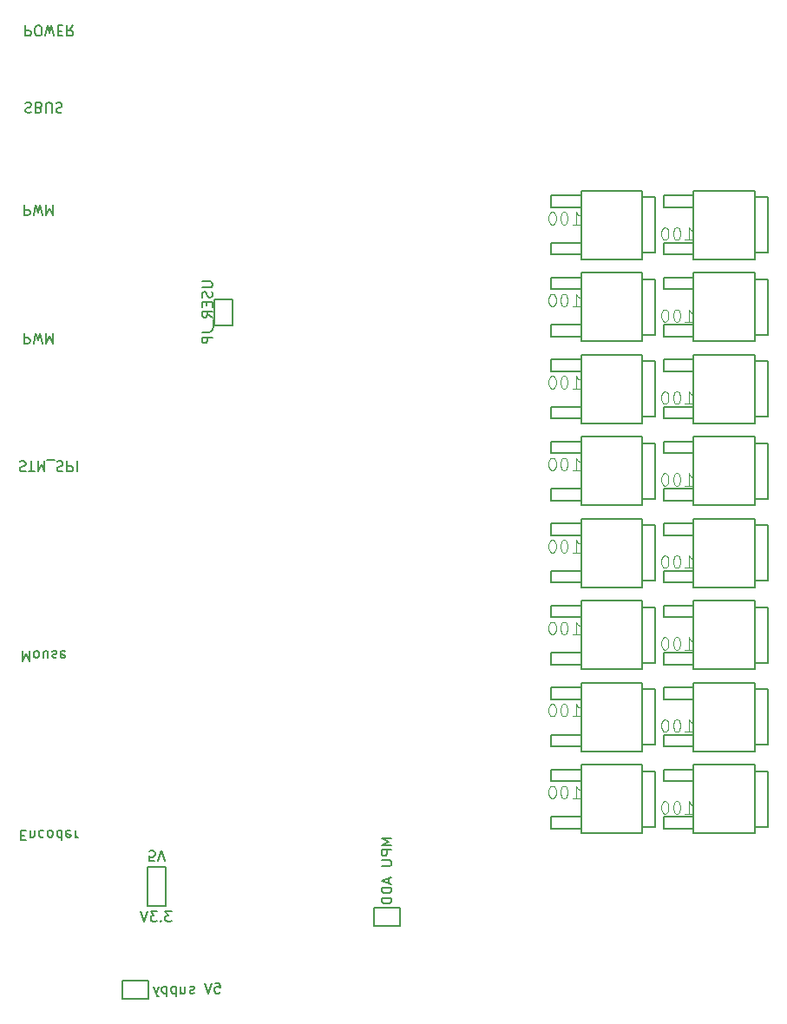
<source format=gbr>
G04 #@! TF.FileFunction,Legend,Bot*
%FSLAX46Y46*%
G04 Gerber Fmt 4.6, Leading zero omitted, Abs format (unit mm)*
G04 Created by KiCad (PCBNEW 4.0.6) date 08/07/17 13:50:18*
%MOMM*%
%LPD*%
G01*
G04 APERTURE LIST*
%ADD10C,0.100000*%
%ADD11C,0.200000*%
%ADD12C,0.150000*%
%ADD13C,0.101600*%
G04 APERTURE END LIST*
D10*
D11*
X690476Y-547619D02*
X690476Y-1547619D01*
X1071429Y-1547619D01*
X1166667Y-1500000D01*
X1214286Y-1452381D01*
X1261905Y-1357143D01*
X1261905Y-1214286D01*
X1214286Y-1119048D01*
X1166667Y-1071429D01*
X1071429Y-1023810D01*
X690476Y-1023810D01*
X1880952Y-1547619D02*
X2071429Y-1547619D01*
X2166667Y-1500000D01*
X2261905Y-1404762D01*
X2309524Y-1214286D01*
X2309524Y-880952D01*
X2261905Y-690476D01*
X2166667Y-595238D01*
X2071429Y-547619D01*
X1880952Y-547619D01*
X1785714Y-595238D01*
X1690476Y-690476D01*
X1642857Y-880952D01*
X1642857Y-1214286D01*
X1690476Y-1404762D01*
X1785714Y-1500000D01*
X1880952Y-1547619D01*
X2642857Y-1547619D02*
X2880952Y-547619D01*
X3071429Y-1261905D01*
X3261905Y-547619D01*
X3500000Y-1547619D01*
X3880952Y-1071429D02*
X4214286Y-1071429D01*
X4357143Y-547619D02*
X3880952Y-547619D01*
X3880952Y-1547619D01*
X4357143Y-1547619D01*
X5357143Y-547619D02*
X5023809Y-1023810D01*
X4785714Y-547619D02*
X4785714Y-1547619D01*
X5166667Y-1547619D01*
X5261905Y-1500000D01*
X5309524Y-1452381D01*
X5357143Y-1357143D01*
X5357143Y-1214286D01*
X5309524Y-1119048D01*
X5261905Y-1071429D01*
X5166667Y-1023810D01*
X4785714Y-1023810D01*
X714286Y-8095238D02*
X857143Y-8047619D01*
X1095239Y-8047619D01*
X1190477Y-8095238D01*
X1238096Y-8142857D01*
X1285715Y-8238095D01*
X1285715Y-8333333D01*
X1238096Y-8428571D01*
X1190477Y-8476190D01*
X1095239Y-8523810D01*
X904762Y-8571429D01*
X809524Y-8619048D01*
X761905Y-8666667D01*
X714286Y-8761905D01*
X714286Y-8857143D01*
X761905Y-8952381D01*
X809524Y-9000000D01*
X904762Y-9047619D01*
X1142858Y-9047619D01*
X1285715Y-9000000D01*
X2047620Y-8571429D02*
X2190477Y-8523810D01*
X2238096Y-8476190D01*
X2285715Y-8380952D01*
X2285715Y-8238095D01*
X2238096Y-8142857D01*
X2190477Y-8095238D01*
X2095239Y-8047619D01*
X1714286Y-8047619D01*
X1714286Y-9047619D01*
X2047620Y-9047619D01*
X2142858Y-9000000D01*
X2190477Y-8952381D01*
X2238096Y-8857143D01*
X2238096Y-8761905D01*
X2190477Y-8666667D01*
X2142858Y-8619048D01*
X2047620Y-8571429D01*
X1714286Y-8571429D01*
X2714286Y-9047619D02*
X2714286Y-8238095D01*
X2761905Y-8142857D01*
X2809524Y-8095238D01*
X2904762Y-8047619D01*
X3095239Y-8047619D01*
X3190477Y-8095238D01*
X3238096Y-8142857D01*
X3285715Y-8238095D01*
X3285715Y-9047619D01*
X3714286Y-8095238D02*
X3857143Y-8047619D01*
X4095239Y-8047619D01*
X4190477Y-8095238D01*
X4238096Y-8142857D01*
X4285715Y-8238095D01*
X4285715Y-8333333D01*
X4238096Y-8428571D01*
X4190477Y-8476190D01*
X4095239Y-8523810D01*
X3904762Y-8571429D01*
X3809524Y-8619048D01*
X3761905Y-8666667D01*
X3714286Y-8761905D01*
X3714286Y-8857143D01*
X3761905Y-8952381D01*
X3809524Y-9000000D01*
X3904762Y-9047619D01*
X4142858Y-9047619D01*
X4285715Y-9000000D01*
X595238Y-18047619D02*
X595238Y-19047619D01*
X976191Y-19047619D01*
X1071429Y-19000000D01*
X1119048Y-18952381D01*
X1166667Y-18857143D01*
X1166667Y-18714286D01*
X1119048Y-18619048D01*
X1071429Y-18571429D01*
X976191Y-18523810D01*
X595238Y-18523810D01*
X1500000Y-19047619D02*
X1738095Y-18047619D01*
X1928572Y-18761905D01*
X2119048Y-18047619D01*
X2357143Y-19047619D01*
X2738095Y-18047619D02*
X2738095Y-19047619D01*
X3071429Y-18333333D01*
X3404762Y-19047619D01*
X3404762Y-18047619D01*
X595238Y-30547619D02*
X595238Y-31547619D01*
X976191Y-31547619D01*
X1071429Y-31500000D01*
X1119048Y-31452381D01*
X1166667Y-31357143D01*
X1166667Y-31214286D01*
X1119048Y-31119048D01*
X1071429Y-31071429D01*
X976191Y-31023810D01*
X595238Y-31023810D01*
X1500000Y-31547619D02*
X1738095Y-30547619D01*
X1928572Y-31261905D01*
X2119048Y-30547619D01*
X2357143Y-31547619D01*
X2738095Y-30547619D02*
X2738095Y-31547619D01*
X3071429Y-30833333D01*
X3404762Y-31547619D01*
X3404762Y-30547619D01*
X166667Y-43095238D02*
X309524Y-43047619D01*
X547620Y-43047619D01*
X642858Y-43095238D01*
X690477Y-43142857D01*
X738096Y-43238095D01*
X738096Y-43333333D01*
X690477Y-43428571D01*
X642858Y-43476190D01*
X547620Y-43523810D01*
X357143Y-43571429D01*
X261905Y-43619048D01*
X214286Y-43666667D01*
X166667Y-43761905D01*
X166667Y-43857143D01*
X214286Y-43952381D01*
X261905Y-44000000D01*
X357143Y-44047619D01*
X595239Y-44047619D01*
X738096Y-44000000D01*
X1023810Y-44047619D02*
X1595239Y-44047619D01*
X1309524Y-43047619D02*
X1309524Y-44047619D01*
X1928572Y-43047619D02*
X1928572Y-44047619D01*
X2261906Y-43333333D01*
X2595239Y-44047619D01*
X2595239Y-43047619D01*
X2833334Y-42952381D02*
X3595239Y-42952381D01*
X3785715Y-43095238D02*
X3928572Y-43047619D01*
X4166668Y-43047619D01*
X4261906Y-43095238D01*
X4309525Y-43142857D01*
X4357144Y-43238095D01*
X4357144Y-43333333D01*
X4309525Y-43428571D01*
X4261906Y-43476190D01*
X4166668Y-43523810D01*
X3976191Y-43571429D01*
X3880953Y-43619048D01*
X3833334Y-43666667D01*
X3785715Y-43761905D01*
X3785715Y-43857143D01*
X3833334Y-43952381D01*
X3880953Y-44000000D01*
X3976191Y-44047619D01*
X4214287Y-44047619D01*
X4357144Y-44000000D01*
X4785715Y-43047619D02*
X4785715Y-44047619D01*
X5166668Y-44047619D01*
X5261906Y-44000000D01*
X5309525Y-43952381D01*
X5357144Y-43857143D01*
X5357144Y-43714286D01*
X5309525Y-43619048D01*
X5261906Y-43571429D01*
X5166668Y-43523810D01*
X4785715Y-43523810D01*
X5785715Y-43047619D02*
X5785715Y-44047619D01*
X261904Y-79571429D02*
X595238Y-79571429D01*
X738095Y-79047619D02*
X261904Y-79047619D01*
X261904Y-80047619D01*
X738095Y-80047619D01*
X1166666Y-79714286D02*
X1166666Y-79047619D01*
X1166666Y-79619048D02*
X1214285Y-79666667D01*
X1309523Y-79714286D01*
X1452381Y-79714286D01*
X1547619Y-79666667D01*
X1595238Y-79571429D01*
X1595238Y-79047619D01*
X2500000Y-79095238D02*
X2404762Y-79047619D01*
X2214285Y-79047619D01*
X2119047Y-79095238D01*
X2071428Y-79142857D01*
X2023809Y-79238095D01*
X2023809Y-79523810D01*
X2071428Y-79619048D01*
X2119047Y-79666667D01*
X2214285Y-79714286D01*
X2404762Y-79714286D01*
X2500000Y-79666667D01*
X3071428Y-79047619D02*
X2976190Y-79095238D01*
X2928571Y-79142857D01*
X2880952Y-79238095D01*
X2880952Y-79523810D01*
X2928571Y-79619048D01*
X2976190Y-79666667D01*
X3071428Y-79714286D01*
X3214286Y-79714286D01*
X3309524Y-79666667D01*
X3357143Y-79619048D01*
X3404762Y-79523810D01*
X3404762Y-79238095D01*
X3357143Y-79142857D01*
X3309524Y-79095238D01*
X3214286Y-79047619D01*
X3071428Y-79047619D01*
X4261905Y-79047619D02*
X4261905Y-80047619D01*
X4261905Y-79095238D02*
X4166667Y-79047619D01*
X3976190Y-79047619D01*
X3880952Y-79095238D01*
X3833333Y-79142857D01*
X3785714Y-79238095D01*
X3785714Y-79523810D01*
X3833333Y-79619048D01*
X3880952Y-79666667D01*
X3976190Y-79714286D01*
X4166667Y-79714286D01*
X4261905Y-79666667D01*
X5119048Y-79095238D02*
X5023810Y-79047619D01*
X4833333Y-79047619D01*
X4738095Y-79095238D01*
X4690476Y-79190476D01*
X4690476Y-79571429D01*
X4738095Y-79666667D01*
X4833333Y-79714286D01*
X5023810Y-79714286D01*
X5119048Y-79666667D01*
X5166667Y-79571429D01*
X5166667Y-79476190D01*
X4690476Y-79380952D01*
X5595238Y-79047619D02*
X5595238Y-79714286D01*
X5595238Y-79523810D02*
X5642857Y-79619048D01*
X5690476Y-79666667D01*
X5785714Y-79714286D01*
X5880953Y-79714286D01*
X428571Y-61547619D02*
X428571Y-62547619D01*
X761905Y-61833333D01*
X1095238Y-62547619D01*
X1095238Y-61547619D01*
X1714285Y-61547619D02*
X1619047Y-61595238D01*
X1571428Y-61642857D01*
X1523809Y-61738095D01*
X1523809Y-62023810D01*
X1571428Y-62119048D01*
X1619047Y-62166667D01*
X1714285Y-62214286D01*
X1857143Y-62214286D01*
X1952381Y-62166667D01*
X2000000Y-62119048D01*
X2047619Y-62023810D01*
X2047619Y-61738095D01*
X2000000Y-61642857D01*
X1952381Y-61595238D01*
X1857143Y-61547619D01*
X1714285Y-61547619D01*
X2904762Y-62214286D02*
X2904762Y-61547619D01*
X2476190Y-62214286D02*
X2476190Y-61690476D01*
X2523809Y-61595238D01*
X2619047Y-61547619D01*
X2761905Y-61547619D01*
X2857143Y-61595238D01*
X2904762Y-61642857D01*
X3333333Y-61595238D02*
X3428571Y-61547619D01*
X3619047Y-61547619D01*
X3714286Y-61595238D01*
X3761905Y-61690476D01*
X3761905Y-61738095D01*
X3714286Y-61833333D01*
X3619047Y-61880952D01*
X3476190Y-61880952D01*
X3380952Y-61928571D01*
X3333333Y-62023810D01*
X3333333Y-62071429D01*
X3380952Y-62166667D01*
X3476190Y-62214286D01*
X3619047Y-62214286D01*
X3714286Y-62166667D01*
X4571429Y-61595238D02*
X4476191Y-61547619D01*
X4285714Y-61547619D01*
X4190476Y-61595238D01*
X4142857Y-61690476D01*
X4142857Y-62071429D01*
X4190476Y-62166667D01*
X4285714Y-62214286D01*
X4476191Y-62214286D01*
X4571429Y-62166667D01*
X4619048Y-62071429D01*
X4619048Y-61976190D01*
X4142857Y-61880952D01*
X17952381Y-25523809D02*
X18761905Y-25523809D01*
X18857143Y-25571428D01*
X18904762Y-25619047D01*
X18952381Y-25714285D01*
X18952381Y-25904762D01*
X18904762Y-26000000D01*
X18857143Y-26047619D01*
X18761905Y-26095238D01*
X17952381Y-26095238D01*
X18904762Y-26523809D02*
X18952381Y-26666666D01*
X18952381Y-26904762D01*
X18904762Y-27000000D01*
X18857143Y-27047619D01*
X18761905Y-27095238D01*
X18666667Y-27095238D01*
X18571429Y-27047619D01*
X18523810Y-27000000D01*
X18476190Y-26904762D01*
X18428571Y-26714285D01*
X18380952Y-26619047D01*
X18333333Y-26571428D01*
X18238095Y-26523809D01*
X18142857Y-26523809D01*
X18047619Y-26571428D01*
X18000000Y-26619047D01*
X17952381Y-26714285D01*
X17952381Y-26952381D01*
X18000000Y-27095238D01*
X18428571Y-27523809D02*
X18428571Y-27857143D01*
X18952381Y-28000000D02*
X18952381Y-27523809D01*
X17952381Y-27523809D01*
X17952381Y-28000000D01*
X18952381Y-29000000D02*
X18476190Y-28666666D01*
X18952381Y-28428571D02*
X17952381Y-28428571D01*
X17952381Y-28809524D01*
X18000000Y-28904762D01*
X18047619Y-28952381D01*
X18142857Y-29000000D01*
X18285714Y-29000000D01*
X18380952Y-28952381D01*
X18428571Y-28904762D01*
X18476190Y-28809524D01*
X18476190Y-28428571D01*
X19047619Y-29190476D02*
X19047619Y-29952381D01*
X17952381Y-30476191D02*
X18666667Y-30476191D01*
X18809524Y-30428571D01*
X18904762Y-30333333D01*
X18952381Y-30190476D01*
X18952381Y-30095238D01*
X18952381Y-30952381D02*
X17952381Y-30952381D01*
X17952381Y-31333334D01*
X18000000Y-31428572D01*
X18047619Y-31476191D01*
X18142857Y-31523810D01*
X18285714Y-31523810D01*
X18380952Y-31476191D01*
X18428571Y-31428572D01*
X18476190Y-31333334D01*
X18476190Y-30952381D01*
X36452381Y-79833333D02*
X35452381Y-79833333D01*
X36166667Y-80166667D01*
X35452381Y-80500000D01*
X36452381Y-80500000D01*
X36452381Y-80976190D02*
X35452381Y-80976190D01*
X35452381Y-81357143D01*
X35500000Y-81452381D01*
X35547619Y-81500000D01*
X35642857Y-81547619D01*
X35785714Y-81547619D01*
X35880952Y-81500000D01*
X35928571Y-81452381D01*
X35976190Y-81357143D01*
X35976190Y-80976190D01*
X35452381Y-81976190D02*
X36261905Y-81976190D01*
X36357143Y-82023809D01*
X36404762Y-82071428D01*
X36452381Y-82166666D01*
X36452381Y-82357143D01*
X36404762Y-82452381D01*
X36357143Y-82500000D01*
X36261905Y-82547619D01*
X35452381Y-82547619D01*
X36166667Y-83738095D02*
X36166667Y-84214286D01*
X36452381Y-83642857D02*
X35452381Y-83976190D01*
X36452381Y-84309524D01*
X36452381Y-84642857D02*
X35452381Y-84642857D01*
X35452381Y-84880952D01*
X35500000Y-85023810D01*
X35595238Y-85119048D01*
X35690476Y-85166667D01*
X35880952Y-85214286D01*
X36023810Y-85214286D01*
X36214286Y-85166667D01*
X36309524Y-85119048D01*
X36404762Y-85023810D01*
X36452381Y-84880952D01*
X36452381Y-84642857D01*
X36452381Y-85642857D02*
X35452381Y-85642857D01*
X35452381Y-85880952D01*
X35500000Y-86023810D01*
X35595238Y-86119048D01*
X35690476Y-86166667D01*
X35880952Y-86214286D01*
X36023810Y-86214286D01*
X36214286Y-86166667D01*
X36309524Y-86119048D01*
X36404762Y-86023810D01*
X36452381Y-85880952D01*
X36452381Y-85642857D01*
X13309524Y-82047619D02*
X12833333Y-82047619D01*
X12785714Y-81571429D01*
X12833333Y-81619048D01*
X12928571Y-81666667D01*
X13166667Y-81666667D01*
X13261905Y-81619048D01*
X13309524Y-81571429D01*
X13357143Y-81476190D01*
X13357143Y-81238095D01*
X13309524Y-81142857D01*
X13261905Y-81095238D01*
X13166667Y-81047619D01*
X12928571Y-81047619D01*
X12833333Y-81095238D01*
X12785714Y-81142857D01*
X13642857Y-82047619D02*
X13976190Y-81047619D01*
X14309524Y-82047619D01*
X14976190Y-86952381D02*
X14357142Y-86952381D01*
X14690476Y-87333333D01*
X14547618Y-87333333D01*
X14452380Y-87380952D01*
X14404761Y-87428571D01*
X14357142Y-87523810D01*
X14357142Y-87761905D01*
X14404761Y-87857143D01*
X14452380Y-87904762D01*
X14547618Y-87952381D01*
X14833333Y-87952381D01*
X14928571Y-87904762D01*
X14976190Y-87857143D01*
X13928571Y-87857143D02*
X13880952Y-87904762D01*
X13928571Y-87952381D01*
X13976190Y-87904762D01*
X13928571Y-87857143D01*
X13928571Y-87952381D01*
X13547619Y-86952381D02*
X12928571Y-86952381D01*
X13261905Y-87333333D01*
X13119047Y-87333333D01*
X13023809Y-87380952D01*
X12976190Y-87428571D01*
X12928571Y-87523810D01*
X12928571Y-87761905D01*
X12976190Y-87857143D01*
X13023809Y-87904762D01*
X13119047Y-87952381D01*
X13404762Y-87952381D01*
X13500000Y-87904762D01*
X13547619Y-87857143D01*
X12642857Y-86952381D02*
X12309524Y-87952381D01*
X11976190Y-86952381D01*
X19214286Y-93952381D02*
X19690477Y-93952381D01*
X19738096Y-94428571D01*
X19690477Y-94380952D01*
X19595239Y-94333333D01*
X19357143Y-94333333D01*
X19261905Y-94380952D01*
X19214286Y-94428571D01*
X19166667Y-94523810D01*
X19166667Y-94761905D01*
X19214286Y-94857143D01*
X19261905Y-94904762D01*
X19357143Y-94952381D01*
X19595239Y-94952381D01*
X19690477Y-94904762D01*
X19738096Y-94857143D01*
X18880953Y-93952381D02*
X18547620Y-94952381D01*
X18214286Y-93952381D01*
X17166667Y-94904762D02*
X17071429Y-94952381D01*
X16880953Y-94952381D01*
X16785714Y-94904762D01*
X16738095Y-94809524D01*
X16738095Y-94761905D01*
X16785714Y-94666667D01*
X16880953Y-94619048D01*
X17023810Y-94619048D01*
X17119048Y-94571429D01*
X17166667Y-94476190D01*
X17166667Y-94428571D01*
X17119048Y-94333333D01*
X17023810Y-94285714D01*
X16880953Y-94285714D01*
X16785714Y-94333333D01*
X15880952Y-94285714D02*
X15880952Y-94952381D01*
X16309524Y-94285714D02*
X16309524Y-94809524D01*
X16261905Y-94904762D01*
X16166667Y-94952381D01*
X16023809Y-94952381D01*
X15928571Y-94904762D01*
X15880952Y-94857143D01*
X15404762Y-94285714D02*
X15404762Y-95285714D01*
X15404762Y-94333333D02*
X15309524Y-94285714D01*
X15119047Y-94285714D01*
X15023809Y-94333333D01*
X14976190Y-94380952D01*
X14928571Y-94476190D01*
X14928571Y-94761905D01*
X14976190Y-94857143D01*
X15023809Y-94904762D01*
X15119047Y-94952381D01*
X15309524Y-94952381D01*
X15404762Y-94904762D01*
X14500000Y-94285714D02*
X14500000Y-95285714D01*
X14500000Y-94333333D02*
X14404762Y-94285714D01*
X14214285Y-94285714D01*
X14119047Y-94333333D01*
X14071428Y-94380952D01*
X14023809Y-94476190D01*
X14023809Y-94761905D01*
X14071428Y-94857143D01*
X14119047Y-94904762D01*
X14214285Y-94952381D01*
X14404762Y-94952381D01*
X14500000Y-94904762D01*
X13690476Y-94285714D02*
X13452381Y-94952381D01*
X13214285Y-94285714D02*
X13452381Y-94952381D01*
X13547619Y-95190476D01*
X13595238Y-95238095D01*
X13690476Y-95285714D01*
D12*
X60932300Y-22705100D02*
X62126100Y-22705100D01*
X62126100Y-22705100D02*
X62126100Y-17294900D01*
X62126100Y-17294900D02*
X60919600Y-17294900D01*
X54925200Y-18272800D02*
X52016900Y-18272800D01*
X52016900Y-17129800D02*
X54925200Y-17129800D01*
X52016900Y-18272800D02*
X52016900Y-17129800D01*
X52016900Y-22870200D02*
X52016900Y-21727200D01*
X52016900Y-21727200D02*
X54925200Y-21727200D01*
X54925200Y-22870200D02*
X52016900Y-22870200D01*
X54925200Y-16647200D02*
X60919600Y-16647200D01*
X60919600Y-16647200D02*
X60919600Y-23352800D01*
X60919600Y-23352800D02*
X54925200Y-23352800D01*
X54925200Y-16647200D02*
X54925200Y-23352800D01*
X60932300Y-30705100D02*
X62126100Y-30705100D01*
X62126100Y-30705100D02*
X62126100Y-25294900D01*
X62126100Y-25294900D02*
X60919600Y-25294900D01*
X54925200Y-26272800D02*
X52016900Y-26272800D01*
X52016900Y-25129800D02*
X54925200Y-25129800D01*
X52016900Y-26272800D02*
X52016900Y-25129800D01*
X52016900Y-30870200D02*
X52016900Y-29727200D01*
X52016900Y-29727200D02*
X54925200Y-29727200D01*
X54925200Y-30870200D02*
X52016900Y-30870200D01*
X54925200Y-24647200D02*
X60919600Y-24647200D01*
X60919600Y-24647200D02*
X60919600Y-31352800D01*
X60919600Y-31352800D02*
X54925200Y-31352800D01*
X54925200Y-24647200D02*
X54925200Y-31352800D01*
X71932300Y-38705100D02*
X73126100Y-38705100D01*
X73126100Y-38705100D02*
X73126100Y-33294900D01*
X73126100Y-33294900D02*
X71919600Y-33294900D01*
X65925200Y-34272800D02*
X63016900Y-34272800D01*
X63016900Y-33129800D02*
X65925200Y-33129800D01*
X63016900Y-34272800D02*
X63016900Y-33129800D01*
X63016900Y-38870200D02*
X63016900Y-37727200D01*
X63016900Y-37727200D02*
X65925200Y-37727200D01*
X65925200Y-38870200D02*
X63016900Y-38870200D01*
X65925200Y-32647200D02*
X71919600Y-32647200D01*
X71919600Y-32647200D02*
X71919600Y-39352800D01*
X71919600Y-39352800D02*
X65925200Y-39352800D01*
X65925200Y-32647200D02*
X65925200Y-39352800D01*
X60932300Y-38705100D02*
X62126100Y-38705100D01*
X62126100Y-38705100D02*
X62126100Y-33294900D01*
X62126100Y-33294900D02*
X60919600Y-33294900D01*
X54925200Y-34272800D02*
X52016900Y-34272800D01*
X52016900Y-33129800D02*
X54925200Y-33129800D01*
X52016900Y-34272800D02*
X52016900Y-33129800D01*
X52016900Y-38870200D02*
X52016900Y-37727200D01*
X52016900Y-37727200D02*
X54925200Y-37727200D01*
X54925200Y-38870200D02*
X52016900Y-38870200D01*
X54925200Y-32647200D02*
X60919600Y-32647200D01*
X60919600Y-32647200D02*
X60919600Y-39352800D01*
X60919600Y-39352800D02*
X54925200Y-39352800D01*
X54925200Y-32647200D02*
X54925200Y-39352800D01*
X71932300Y-46705100D02*
X73126100Y-46705100D01*
X73126100Y-46705100D02*
X73126100Y-41294900D01*
X73126100Y-41294900D02*
X71919600Y-41294900D01*
X65925200Y-42272800D02*
X63016900Y-42272800D01*
X63016900Y-41129800D02*
X65925200Y-41129800D01*
X63016900Y-42272800D02*
X63016900Y-41129800D01*
X63016900Y-46870200D02*
X63016900Y-45727200D01*
X63016900Y-45727200D02*
X65925200Y-45727200D01*
X65925200Y-46870200D02*
X63016900Y-46870200D01*
X65925200Y-40647200D02*
X71919600Y-40647200D01*
X71919600Y-40647200D02*
X71919600Y-47352800D01*
X71919600Y-47352800D02*
X65925200Y-47352800D01*
X65925200Y-40647200D02*
X65925200Y-47352800D01*
X60932300Y-46705100D02*
X62126100Y-46705100D01*
X62126100Y-46705100D02*
X62126100Y-41294900D01*
X62126100Y-41294900D02*
X60919600Y-41294900D01*
X54925200Y-42272800D02*
X52016900Y-42272800D01*
X52016900Y-41129800D02*
X54925200Y-41129800D01*
X52016900Y-42272800D02*
X52016900Y-41129800D01*
X52016900Y-46870200D02*
X52016900Y-45727200D01*
X52016900Y-45727200D02*
X54925200Y-45727200D01*
X54925200Y-46870200D02*
X52016900Y-46870200D01*
X54925200Y-40647200D02*
X60919600Y-40647200D01*
X60919600Y-40647200D02*
X60919600Y-47352800D01*
X60919600Y-47352800D02*
X54925200Y-47352800D01*
X54925200Y-40647200D02*
X54925200Y-47352800D01*
X71932300Y-54705100D02*
X73126100Y-54705100D01*
X73126100Y-54705100D02*
X73126100Y-49294900D01*
X73126100Y-49294900D02*
X71919600Y-49294900D01*
X65925200Y-50272800D02*
X63016900Y-50272800D01*
X63016900Y-49129800D02*
X65925200Y-49129800D01*
X63016900Y-50272800D02*
X63016900Y-49129800D01*
X63016900Y-54870200D02*
X63016900Y-53727200D01*
X63016900Y-53727200D02*
X65925200Y-53727200D01*
X65925200Y-54870200D02*
X63016900Y-54870200D01*
X65925200Y-48647200D02*
X71919600Y-48647200D01*
X71919600Y-48647200D02*
X71919600Y-55352800D01*
X71919600Y-55352800D02*
X65925200Y-55352800D01*
X65925200Y-48647200D02*
X65925200Y-55352800D01*
X60932300Y-54705100D02*
X62126100Y-54705100D01*
X62126100Y-54705100D02*
X62126100Y-49294900D01*
X62126100Y-49294900D02*
X60919600Y-49294900D01*
X54925200Y-50272800D02*
X52016900Y-50272800D01*
X52016900Y-49129800D02*
X54925200Y-49129800D01*
X52016900Y-50272800D02*
X52016900Y-49129800D01*
X52016900Y-54870200D02*
X52016900Y-53727200D01*
X52016900Y-53727200D02*
X54925200Y-53727200D01*
X54925200Y-54870200D02*
X52016900Y-54870200D01*
X54925200Y-48647200D02*
X60919600Y-48647200D01*
X60919600Y-48647200D02*
X60919600Y-55352800D01*
X60919600Y-55352800D02*
X54925200Y-55352800D01*
X54925200Y-48647200D02*
X54925200Y-55352800D01*
X71932300Y-62705100D02*
X73126100Y-62705100D01*
X73126100Y-62705100D02*
X73126100Y-57294900D01*
X73126100Y-57294900D02*
X71919600Y-57294900D01*
X65925200Y-58272800D02*
X63016900Y-58272800D01*
X63016900Y-57129800D02*
X65925200Y-57129800D01*
X63016900Y-58272800D02*
X63016900Y-57129800D01*
X63016900Y-62870200D02*
X63016900Y-61727200D01*
X63016900Y-61727200D02*
X65925200Y-61727200D01*
X65925200Y-62870200D02*
X63016900Y-62870200D01*
X65925200Y-56647200D02*
X71919600Y-56647200D01*
X71919600Y-56647200D02*
X71919600Y-63352800D01*
X71919600Y-63352800D02*
X65925200Y-63352800D01*
X65925200Y-56647200D02*
X65925200Y-63352800D01*
X60932300Y-62705100D02*
X62126100Y-62705100D01*
X62126100Y-62705100D02*
X62126100Y-57294900D01*
X62126100Y-57294900D02*
X60919600Y-57294900D01*
X54925200Y-58272800D02*
X52016900Y-58272800D01*
X52016900Y-57129800D02*
X54925200Y-57129800D01*
X52016900Y-58272800D02*
X52016900Y-57129800D01*
X52016900Y-62870200D02*
X52016900Y-61727200D01*
X52016900Y-61727200D02*
X54925200Y-61727200D01*
X54925200Y-62870200D02*
X52016900Y-62870200D01*
X54925200Y-56647200D02*
X60919600Y-56647200D01*
X60919600Y-56647200D02*
X60919600Y-63352800D01*
X60919600Y-63352800D02*
X54925200Y-63352800D01*
X54925200Y-56647200D02*
X54925200Y-63352800D01*
X71932300Y-70705100D02*
X73126100Y-70705100D01*
X73126100Y-70705100D02*
X73126100Y-65294900D01*
X73126100Y-65294900D02*
X71919600Y-65294900D01*
X65925200Y-66272800D02*
X63016900Y-66272800D01*
X63016900Y-65129800D02*
X65925200Y-65129800D01*
X63016900Y-66272800D02*
X63016900Y-65129800D01*
X63016900Y-70870200D02*
X63016900Y-69727200D01*
X63016900Y-69727200D02*
X65925200Y-69727200D01*
X65925200Y-70870200D02*
X63016900Y-70870200D01*
X65925200Y-64647200D02*
X71919600Y-64647200D01*
X71919600Y-64647200D02*
X71919600Y-71352800D01*
X71919600Y-71352800D02*
X65925200Y-71352800D01*
X65925200Y-64647200D02*
X65925200Y-71352800D01*
X60932300Y-70705100D02*
X62126100Y-70705100D01*
X62126100Y-70705100D02*
X62126100Y-65294900D01*
X62126100Y-65294900D02*
X60919600Y-65294900D01*
X54925200Y-66272800D02*
X52016900Y-66272800D01*
X52016900Y-65129800D02*
X54925200Y-65129800D01*
X52016900Y-66272800D02*
X52016900Y-65129800D01*
X52016900Y-70870200D02*
X52016900Y-69727200D01*
X52016900Y-69727200D02*
X54925200Y-69727200D01*
X54925200Y-70870200D02*
X52016900Y-70870200D01*
X54925200Y-64647200D02*
X60919600Y-64647200D01*
X60919600Y-64647200D02*
X60919600Y-71352800D01*
X60919600Y-71352800D02*
X54925200Y-71352800D01*
X54925200Y-64647200D02*
X54925200Y-71352800D01*
X71932300Y-78705100D02*
X73126100Y-78705100D01*
X73126100Y-78705100D02*
X73126100Y-73294900D01*
X73126100Y-73294900D02*
X71919600Y-73294900D01*
X65925200Y-74272800D02*
X63016900Y-74272800D01*
X63016900Y-73129800D02*
X65925200Y-73129800D01*
X63016900Y-74272800D02*
X63016900Y-73129800D01*
X63016900Y-78870200D02*
X63016900Y-77727200D01*
X63016900Y-77727200D02*
X65925200Y-77727200D01*
X65925200Y-78870200D02*
X63016900Y-78870200D01*
X65925200Y-72647200D02*
X71919600Y-72647200D01*
X71919600Y-72647200D02*
X71919600Y-79352800D01*
X71919600Y-79352800D02*
X65925200Y-79352800D01*
X65925200Y-72647200D02*
X65925200Y-79352800D01*
X60932300Y-78705100D02*
X62126100Y-78705100D01*
X62126100Y-78705100D02*
X62126100Y-73294900D01*
X62126100Y-73294900D02*
X60919600Y-73294900D01*
X54925200Y-74272800D02*
X52016900Y-74272800D01*
X52016900Y-73129800D02*
X54925200Y-73129800D01*
X52016900Y-74272800D02*
X52016900Y-73129800D01*
X52016900Y-78870200D02*
X52016900Y-77727200D01*
X52016900Y-77727200D02*
X54925200Y-77727200D01*
X54925200Y-78870200D02*
X52016900Y-78870200D01*
X54925200Y-72647200D02*
X60919600Y-72647200D01*
X60919600Y-72647200D02*
X60919600Y-79352800D01*
X60919600Y-79352800D02*
X54925200Y-79352800D01*
X54925200Y-72647200D02*
X54925200Y-79352800D01*
X71932300Y-22705100D02*
X73126100Y-22705100D01*
X73126100Y-22705100D02*
X73126100Y-17294900D01*
X73126100Y-17294900D02*
X71919600Y-17294900D01*
X65925200Y-18272800D02*
X63016900Y-18272800D01*
X63016900Y-17129800D02*
X65925200Y-17129800D01*
X63016900Y-18272800D02*
X63016900Y-17129800D01*
X63016900Y-22870200D02*
X63016900Y-21727200D01*
X63016900Y-21727200D02*
X65925200Y-21727200D01*
X65925200Y-22870200D02*
X63016900Y-22870200D01*
X65925200Y-16647200D02*
X71919600Y-16647200D01*
X71919600Y-16647200D02*
X71919600Y-23352800D01*
X71919600Y-23352800D02*
X65925200Y-23352800D01*
X65925200Y-16647200D02*
X65925200Y-23352800D01*
X71932300Y-30705100D02*
X73126100Y-30705100D01*
X73126100Y-30705100D02*
X73126100Y-25294900D01*
X73126100Y-25294900D02*
X71919600Y-25294900D01*
X65925200Y-26272800D02*
X63016900Y-26272800D01*
X63016900Y-25129800D02*
X65925200Y-25129800D01*
X63016900Y-26272800D02*
X63016900Y-25129800D01*
X63016900Y-30870200D02*
X63016900Y-29727200D01*
X63016900Y-29727200D02*
X65925200Y-29727200D01*
X65925200Y-30870200D02*
X63016900Y-30870200D01*
X65925200Y-24647200D02*
X71919600Y-24647200D01*
X71919600Y-24647200D02*
X71919600Y-31352800D01*
X71919600Y-31352800D02*
X65925200Y-31352800D01*
X65925200Y-24647200D02*
X65925200Y-31352800D01*
X34730000Y-86611000D02*
X37270000Y-86611000D01*
X37270000Y-88389000D02*
X34730000Y-88389000D01*
X37270000Y-88389000D02*
X37270000Y-86611000D01*
X34730000Y-86611000D02*
X34730000Y-88389000D01*
X14389000Y-82595000D02*
X14389000Y-86405000D01*
X14389000Y-86405000D02*
X12611000Y-86405000D01*
X12611000Y-86405000D02*
X12611000Y-82595000D01*
X14389000Y-82595000D02*
X12611000Y-82595000D01*
X10175000Y-93726000D02*
X12715000Y-93726000D01*
X12715000Y-95504000D02*
X10175000Y-95504000D01*
X12715000Y-95504000D02*
X12715000Y-93726000D01*
X10175000Y-93726000D02*
X10175000Y-95504000D01*
X19111000Y-29770000D02*
X19111000Y-27230000D01*
X20889000Y-27230000D02*
X20889000Y-29770000D01*
X20889000Y-27230000D02*
X19111000Y-27230000D01*
X19111000Y-29770000D02*
X20889000Y-29770000D01*
D13*
X65080762Y-21442548D02*
X65770190Y-21442548D01*
X65425476Y-21442548D02*
X65425476Y-20236048D01*
X65540381Y-20408405D01*
X65655286Y-20523310D01*
X65770190Y-20580762D01*
X64333881Y-20236048D02*
X64218976Y-20236048D01*
X64104071Y-20293500D01*
X64046619Y-20350952D01*
X63989166Y-20465857D01*
X63931714Y-20695667D01*
X63931714Y-20982929D01*
X63989166Y-21212738D01*
X64046619Y-21327643D01*
X64104071Y-21385095D01*
X64218976Y-21442548D01*
X64333881Y-21442548D01*
X64448785Y-21385095D01*
X64506238Y-21327643D01*
X64563690Y-21212738D01*
X64621142Y-20982929D01*
X64621142Y-20695667D01*
X64563690Y-20465857D01*
X64506238Y-20350952D01*
X64448785Y-20293500D01*
X64333881Y-20236048D01*
X63184833Y-20236048D02*
X63069928Y-20236048D01*
X62955023Y-20293500D01*
X62897571Y-20350952D01*
X62840118Y-20465857D01*
X62782666Y-20695667D01*
X62782666Y-20982929D01*
X62840118Y-21212738D01*
X62897571Y-21327643D01*
X62955023Y-21385095D01*
X63069928Y-21442548D01*
X63184833Y-21442548D01*
X63299737Y-21385095D01*
X63357190Y-21327643D01*
X63414642Y-21212738D01*
X63472094Y-20982929D01*
X63472094Y-20695667D01*
X63414642Y-20465857D01*
X63357190Y-20350952D01*
X63299737Y-20293500D01*
X63184833Y-20236048D01*
X54080762Y-19942548D02*
X54770190Y-19942548D01*
X54425476Y-19942548D02*
X54425476Y-18736048D01*
X54540381Y-18908405D01*
X54655286Y-19023310D01*
X54770190Y-19080762D01*
X53333881Y-18736048D02*
X53218976Y-18736048D01*
X53104071Y-18793500D01*
X53046619Y-18850952D01*
X52989166Y-18965857D01*
X52931714Y-19195667D01*
X52931714Y-19482929D01*
X52989166Y-19712738D01*
X53046619Y-19827643D01*
X53104071Y-19885095D01*
X53218976Y-19942548D01*
X53333881Y-19942548D01*
X53448785Y-19885095D01*
X53506238Y-19827643D01*
X53563690Y-19712738D01*
X53621142Y-19482929D01*
X53621142Y-19195667D01*
X53563690Y-18965857D01*
X53506238Y-18850952D01*
X53448785Y-18793500D01*
X53333881Y-18736048D01*
X52184833Y-18736048D02*
X52069928Y-18736048D01*
X51955023Y-18793500D01*
X51897571Y-18850952D01*
X51840118Y-18965857D01*
X51782666Y-19195667D01*
X51782666Y-19482929D01*
X51840118Y-19712738D01*
X51897571Y-19827643D01*
X51955023Y-19885095D01*
X52069928Y-19942548D01*
X52184833Y-19942548D01*
X52299737Y-19885095D01*
X52357190Y-19827643D01*
X52414642Y-19712738D01*
X52472094Y-19482929D01*
X52472094Y-19195667D01*
X52414642Y-18965857D01*
X52357190Y-18850952D01*
X52299737Y-18793500D01*
X52184833Y-18736048D01*
X65080762Y-29442548D02*
X65770190Y-29442548D01*
X65425476Y-29442548D02*
X65425476Y-28236048D01*
X65540381Y-28408405D01*
X65655286Y-28523310D01*
X65770190Y-28580762D01*
X64333881Y-28236048D02*
X64218976Y-28236048D01*
X64104071Y-28293500D01*
X64046619Y-28350952D01*
X63989166Y-28465857D01*
X63931714Y-28695667D01*
X63931714Y-28982929D01*
X63989166Y-29212738D01*
X64046619Y-29327643D01*
X64104071Y-29385095D01*
X64218976Y-29442548D01*
X64333881Y-29442548D01*
X64448785Y-29385095D01*
X64506238Y-29327643D01*
X64563690Y-29212738D01*
X64621142Y-28982929D01*
X64621142Y-28695667D01*
X64563690Y-28465857D01*
X64506238Y-28350952D01*
X64448785Y-28293500D01*
X64333881Y-28236048D01*
X63184833Y-28236048D02*
X63069928Y-28236048D01*
X62955023Y-28293500D01*
X62897571Y-28350952D01*
X62840118Y-28465857D01*
X62782666Y-28695667D01*
X62782666Y-28982929D01*
X62840118Y-29212738D01*
X62897571Y-29327643D01*
X62955023Y-29385095D01*
X63069928Y-29442548D01*
X63184833Y-29442548D01*
X63299737Y-29385095D01*
X63357190Y-29327643D01*
X63414642Y-29212738D01*
X63472094Y-28982929D01*
X63472094Y-28695667D01*
X63414642Y-28465857D01*
X63357190Y-28350952D01*
X63299737Y-28293500D01*
X63184833Y-28236048D01*
X54080762Y-27942548D02*
X54770190Y-27942548D01*
X54425476Y-27942548D02*
X54425476Y-26736048D01*
X54540381Y-26908405D01*
X54655286Y-27023310D01*
X54770190Y-27080762D01*
X53333881Y-26736048D02*
X53218976Y-26736048D01*
X53104071Y-26793500D01*
X53046619Y-26850952D01*
X52989166Y-26965857D01*
X52931714Y-27195667D01*
X52931714Y-27482929D01*
X52989166Y-27712738D01*
X53046619Y-27827643D01*
X53104071Y-27885095D01*
X53218976Y-27942548D01*
X53333881Y-27942548D01*
X53448785Y-27885095D01*
X53506238Y-27827643D01*
X53563690Y-27712738D01*
X53621142Y-27482929D01*
X53621142Y-27195667D01*
X53563690Y-26965857D01*
X53506238Y-26850952D01*
X53448785Y-26793500D01*
X53333881Y-26736048D01*
X52184833Y-26736048D02*
X52069928Y-26736048D01*
X51955023Y-26793500D01*
X51897571Y-26850952D01*
X51840118Y-26965857D01*
X51782666Y-27195667D01*
X51782666Y-27482929D01*
X51840118Y-27712738D01*
X51897571Y-27827643D01*
X51955023Y-27885095D01*
X52069928Y-27942548D01*
X52184833Y-27942548D01*
X52299737Y-27885095D01*
X52357190Y-27827643D01*
X52414642Y-27712738D01*
X52472094Y-27482929D01*
X52472094Y-27195667D01*
X52414642Y-26965857D01*
X52357190Y-26850952D01*
X52299737Y-26793500D01*
X52184833Y-26736048D01*
X65080762Y-37442548D02*
X65770190Y-37442548D01*
X65425476Y-37442548D02*
X65425476Y-36236048D01*
X65540381Y-36408405D01*
X65655286Y-36523310D01*
X65770190Y-36580762D01*
X64333881Y-36236048D02*
X64218976Y-36236048D01*
X64104071Y-36293500D01*
X64046619Y-36350952D01*
X63989166Y-36465857D01*
X63931714Y-36695667D01*
X63931714Y-36982929D01*
X63989166Y-37212738D01*
X64046619Y-37327643D01*
X64104071Y-37385095D01*
X64218976Y-37442548D01*
X64333881Y-37442548D01*
X64448785Y-37385095D01*
X64506238Y-37327643D01*
X64563690Y-37212738D01*
X64621142Y-36982929D01*
X64621142Y-36695667D01*
X64563690Y-36465857D01*
X64506238Y-36350952D01*
X64448785Y-36293500D01*
X64333881Y-36236048D01*
X63184833Y-36236048D02*
X63069928Y-36236048D01*
X62955023Y-36293500D01*
X62897571Y-36350952D01*
X62840118Y-36465857D01*
X62782666Y-36695667D01*
X62782666Y-36982929D01*
X62840118Y-37212738D01*
X62897571Y-37327643D01*
X62955023Y-37385095D01*
X63069928Y-37442548D01*
X63184833Y-37442548D01*
X63299737Y-37385095D01*
X63357190Y-37327643D01*
X63414642Y-37212738D01*
X63472094Y-36982929D01*
X63472094Y-36695667D01*
X63414642Y-36465857D01*
X63357190Y-36350952D01*
X63299737Y-36293500D01*
X63184833Y-36236048D01*
X54080762Y-35942548D02*
X54770190Y-35942548D01*
X54425476Y-35942548D02*
X54425476Y-34736048D01*
X54540381Y-34908405D01*
X54655286Y-35023310D01*
X54770190Y-35080762D01*
X53333881Y-34736048D02*
X53218976Y-34736048D01*
X53104071Y-34793500D01*
X53046619Y-34850952D01*
X52989166Y-34965857D01*
X52931714Y-35195667D01*
X52931714Y-35482929D01*
X52989166Y-35712738D01*
X53046619Y-35827643D01*
X53104071Y-35885095D01*
X53218976Y-35942548D01*
X53333881Y-35942548D01*
X53448785Y-35885095D01*
X53506238Y-35827643D01*
X53563690Y-35712738D01*
X53621142Y-35482929D01*
X53621142Y-35195667D01*
X53563690Y-34965857D01*
X53506238Y-34850952D01*
X53448785Y-34793500D01*
X53333881Y-34736048D01*
X52184833Y-34736048D02*
X52069928Y-34736048D01*
X51955023Y-34793500D01*
X51897571Y-34850952D01*
X51840118Y-34965857D01*
X51782666Y-35195667D01*
X51782666Y-35482929D01*
X51840118Y-35712738D01*
X51897571Y-35827643D01*
X51955023Y-35885095D01*
X52069928Y-35942548D01*
X52184833Y-35942548D01*
X52299737Y-35885095D01*
X52357190Y-35827643D01*
X52414642Y-35712738D01*
X52472094Y-35482929D01*
X52472094Y-35195667D01*
X52414642Y-34965857D01*
X52357190Y-34850952D01*
X52299737Y-34793500D01*
X52184833Y-34736048D01*
X65080762Y-45442548D02*
X65770190Y-45442548D01*
X65425476Y-45442548D02*
X65425476Y-44236048D01*
X65540381Y-44408405D01*
X65655286Y-44523310D01*
X65770190Y-44580762D01*
X64333881Y-44236048D02*
X64218976Y-44236048D01*
X64104071Y-44293500D01*
X64046619Y-44350952D01*
X63989166Y-44465857D01*
X63931714Y-44695667D01*
X63931714Y-44982929D01*
X63989166Y-45212738D01*
X64046619Y-45327643D01*
X64104071Y-45385095D01*
X64218976Y-45442548D01*
X64333881Y-45442548D01*
X64448785Y-45385095D01*
X64506238Y-45327643D01*
X64563690Y-45212738D01*
X64621142Y-44982929D01*
X64621142Y-44695667D01*
X64563690Y-44465857D01*
X64506238Y-44350952D01*
X64448785Y-44293500D01*
X64333881Y-44236048D01*
X63184833Y-44236048D02*
X63069928Y-44236048D01*
X62955023Y-44293500D01*
X62897571Y-44350952D01*
X62840118Y-44465857D01*
X62782666Y-44695667D01*
X62782666Y-44982929D01*
X62840118Y-45212738D01*
X62897571Y-45327643D01*
X62955023Y-45385095D01*
X63069928Y-45442548D01*
X63184833Y-45442548D01*
X63299737Y-45385095D01*
X63357190Y-45327643D01*
X63414642Y-45212738D01*
X63472094Y-44982929D01*
X63472094Y-44695667D01*
X63414642Y-44465857D01*
X63357190Y-44350952D01*
X63299737Y-44293500D01*
X63184833Y-44236048D01*
X54080762Y-43942548D02*
X54770190Y-43942548D01*
X54425476Y-43942548D02*
X54425476Y-42736048D01*
X54540381Y-42908405D01*
X54655286Y-43023310D01*
X54770190Y-43080762D01*
X53333881Y-42736048D02*
X53218976Y-42736048D01*
X53104071Y-42793500D01*
X53046619Y-42850952D01*
X52989166Y-42965857D01*
X52931714Y-43195667D01*
X52931714Y-43482929D01*
X52989166Y-43712738D01*
X53046619Y-43827643D01*
X53104071Y-43885095D01*
X53218976Y-43942548D01*
X53333881Y-43942548D01*
X53448785Y-43885095D01*
X53506238Y-43827643D01*
X53563690Y-43712738D01*
X53621142Y-43482929D01*
X53621142Y-43195667D01*
X53563690Y-42965857D01*
X53506238Y-42850952D01*
X53448785Y-42793500D01*
X53333881Y-42736048D01*
X52184833Y-42736048D02*
X52069928Y-42736048D01*
X51955023Y-42793500D01*
X51897571Y-42850952D01*
X51840118Y-42965857D01*
X51782666Y-43195667D01*
X51782666Y-43482929D01*
X51840118Y-43712738D01*
X51897571Y-43827643D01*
X51955023Y-43885095D01*
X52069928Y-43942548D01*
X52184833Y-43942548D01*
X52299737Y-43885095D01*
X52357190Y-43827643D01*
X52414642Y-43712738D01*
X52472094Y-43482929D01*
X52472094Y-43195667D01*
X52414642Y-42965857D01*
X52357190Y-42850952D01*
X52299737Y-42793500D01*
X52184833Y-42736048D01*
X65080762Y-53442548D02*
X65770190Y-53442548D01*
X65425476Y-53442548D02*
X65425476Y-52236048D01*
X65540381Y-52408405D01*
X65655286Y-52523310D01*
X65770190Y-52580762D01*
X64333881Y-52236048D02*
X64218976Y-52236048D01*
X64104071Y-52293500D01*
X64046619Y-52350952D01*
X63989166Y-52465857D01*
X63931714Y-52695667D01*
X63931714Y-52982929D01*
X63989166Y-53212738D01*
X64046619Y-53327643D01*
X64104071Y-53385095D01*
X64218976Y-53442548D01*
X64333881Y-53442548D01*
X64448785Y-53385095D01*
X64506238Y-53327643D01*
X64563690Y-53212738D01*
X64621142Y-52982929D01*
X64621142Y-52695667D01*
X64563690Y-52465857D01*
X64506238Y-52350952D01*
X64448785Y-52293500D01*
X64333881Y-52236048D01*
X63184833Y-52236048D02*
X63069928Y-52236048D01*
X62955023Y-52293500D01*
X62897571Y-52350952D01*
X62840118Y-52465857D01*
X62782666Y-52695667D01*
X62782666Y-52982929D01*
X62840118Y-53212738D01*
X62897571Y-53327643D01*
X62955023Y-53385095D01*
X63069928Y-53442548D01*
X63184833Y-53442548D01*
X63299737Y-53385095D01*
X63357190Y-53327643D01*
X63414642Y-53212738D01*
X63472094Y-52982929D01*
X63472094Y-52695667D01*
X63414642Y-52465857D01*
X63357190Y-52350952D01*
X63299737Y-52293500D01*
X63184833Y-52236048D01*
X54080762Y-51942548D02*
X54770190Y-51942548D01*
X54425476Y-51942548D02*
X54425476Y-50736048D01*
X54540381Y-50908405D01*
X54655286Y-51023310D01*
X54770190Y-51080762D01*
X53333881Y-50736048D02*
X53218976Y-50736048D01*
X53104071Y-50793500D01*
X53046619Y-50850952D01*
X52989166Y-50965857D01*
X52931714Y-51195667D01*
X52931714Y-51482929D01*
X52989166Y-51712738D01*
X53046619Y-51827643D01*
X53104071Y-51885095D01*
X53218976Y-51942548D01*
X53333881Y-51942548D01*
X53448785Y-51885095D01*
X53506238Y-51827643D01*
X53563690Y-51712738D01*
X53621142Y-51482929D01*
X53621142Y-51195667D01*
X53563690Y-50965857D01*
X53506238Y-50850952D01*
X53448785Y-50793500D01*
X53333881Y-50736048D01*
X52184833Y-50736048D02*
X52069928Y-50736048D01*
X51955023Y-50793500D01*
X51897571Y-50850952D01*
X51840118Y-50965857D01*
X51782666Y-51195667D01*
X51782666Y-51482929D01*
X51840118Y-51712738D01*
X51897571Y-51827643D01*
X51955023Y-51885095D01*
X52069928Y-51942548D01*
X52184833Y-51942548D01*
X52299737Y-51885095D01*
X52357190Y-51827643D01*
X52414642Y-51712738D01*
X52472094Y-51482929D01*
X52472094Y-51195667D01*
X52414642Y-50965857D01*
X52357190Y-50850952D01*
X52299737Y-50793500D01*
X52184833Y-50736048D01*
X65080762Y-61442548D02*
X65770190Y-61442548D01*
X65425476Y-61442548D02*
X65425476Y-60236048D01*
X65540381Y-60408405D01*
X65655286Y-60523310D01*
X65770190Y-60580762D01*
X64333881Y-60236048D02*
X64218976Y-60236048D01*
X64104071Y-60293500D01*
X64046619Y-60350952D01*
X63989166Y-60465857D01*
X63931714Y-60695667D01*
X63931714Y-60982929D01*
X63989166Y-61212738D01*
X64046619Y-61327643D01*
X64104071Y-61385095D01*
X64218976Y-61442548D01*
X64333881Y-61442548D01*
X64448785Y-61385095D01*
X64506238Y-61327643D01*
X64563690Y-61212738D01*
X64621142Y-60982929D01*
X64621142Y-60695667D01*
X64563690Y-60465857D01*
X64506238Y-60350952D01*
X64448785Y-60293500D01*
X64333881Y-60236048D01*
X63184833Y-60236048D02*
X63069928Y-60236048D01*
X62955023Y-60293500D01*
X62897571Y-60350952D01*
X62840118Y-60465857D01*
X62782666Y-60695667D01*
X62782666Y-60982929D01*
X62840118Y-61212738D01*
X62897571Y-61327643D01*
X62955023Y-61385095D01*
X63069928Y-61442548D01*
X63184833Y-61442548D01*
X63299737Y-61385095D01*
X63357190Y-61327643D01*
X63414642Y-61212738D01*
X63472094Y-60982929D01*
X63472094Y-60695667D01*
X63414642Y-60465857D01*
X63357190Y-60350952D01*
X63299737Y-60293500D01*
X63184833Y-60236048D01*
X54080762Y-59942548D02*
X54770190Y-59942548D01*
X54425476Y-59942548D02*
X54425476Y-58736048D01*
X54540381Y-58908405D01*
X54655286Y-59023310D01*
X54770190Y-59080762D01*
X53333881Y-58736048D02*
X53218976Y-58736048D01*
X53104071Y-58793500D01*
X53046619Y-58850952D01*
X52989166Y-58965857D01*
X52931714Y-59195667D01*
X52931714Y-59482929D01*
X52989166Y-59712738D01*
X53046619Y-59827643D01*
X53104071Y-59885095D01*
X53218976Y-59942548D01*
X53333881Y-59942548D01*
X53448785Y-59885095D01*
X53506238Y-59827643D01*
X53563690Y-59712738D01*
X53621142Y-59482929D01*
X53621142Y-59195667D01*
X53563690Y-58965857D01*
X53506238Y-58850952D01*
X53448785Y-58793500D01*
X53333881Y-58736048D01*
X52184833Y-58736048D02*
X52069928Y-58736048D01*
X51955023Y-58793500D01*
X51897571Y-58850952D01*
X51840118Y-58965857D01*
X51782666Y-59195667D01*
X51782666Y-59482929D01*
X51840118Y-59712738D01*
X51897571Y-59827643D01*
X51955023Y-59885095D01*
X52069928Y-59942548D01*
X52184833Y-59942548D01*
X52299737Y-59885095D01*
X52357190Y-59827643D01*
X52414642Y-59712738D01*
X52472094Y-59482929D01*
X52472094Y-59195667D01*
X52414642Y-58965857D01*
X52357190Y-58850952D01*
X52299737Y-58793500D01*
X52184833Y-58736048D01*
X65080762Y-69442548D02*
X65770190Y-69442548D01*
X65425476Y-69442548D02*
X65425476Y-68236048D01*
X65540381Y-68408405D01*
X65655286Y-68523310D01*
X65770190Y-68580762D01*
X64333881Y-68236048D02*
X64218976Y-68236048D01*
X64104071Y-68293500D01*
X64046619Y-68350952D01*
X63989166Y-68465857D01*
X63931714Y-68695667D01*
X63931714Y-68982929D01*
X63989166Y-69212738D01*
X64046619Y-69327643D01*
X64104071Y-69385095D01*
X64218976Y-69442548D01*
X64333881Y-69442548D01*
X64448785Y-69385095D01*
X64506238Y-69327643D01*
X64563690Y-69212738D01*
X64621142Y-68982929D01*
X64621142Y-68695667D01*
X64563690Y-68465857D01*
X64506238Y-68350952D01*
X64448785Y-68293500D01*
X64333881Y-68236048D01*
X63184833Y-68236048D02*
X63069928Y-68236048D01*
X62955023Y-68293500D01*
X62897571Y-68350952D01*
X62840118Y-68465857D01*
X62782666Y-68695667D01*
X62782666Y-68982929D01*
X62840118Y-69212738D01*
X62897571Y-69327643D01*
X62955023Y-69385095D01*
X63069928Y-69442548D01*
X63184833Y-69442548D01*
X63299737Y-69385095D01*
X63357190Y-69327643D01*
X63414642Y-69212738D01*
X63472094Y-68982929D01*
X63472094Y-68695667D01*
X63414642Y-68465857D01*
X63357190Y-68350952D01*
X63299737Y-68293500D01*
X63184833Y-68236048D01*
X54080762Y-67942548D02*
X54770190Y-67942548D01*
X54425476Y-67942548D02*
X54425476Y-66736048D01*
X54540381Y-66908405D01*
X54655286Y-67023310D01*
X54770190Y-67080762D01*
X53333881Y-66736048D02*
X53218976Y-66736048D01*
X53104071Y-66793500D01*
X53046619Y-66850952D01*
X52989166Y-66965857D01*
X52931714Y-67195667D01*
X52931714Y-67482929D01*
X52989166Y-67712738D01*
X53046619Y-67827643D01*
X53104071Y-67885095D01*
X53218976Y-67942548D01*
X53333881Y-67942548D01*
X53448785Y-67885095D01*
X53506238Y-67827643D01*
X53563690Y-67712738D01*
X53621142Y-67482929D01*
X53621142Y-67195667D01*
X53563690Y-66965857D01*
X53506238Y-66850952D01*
X53448785Y-66793500D01*
X53333881Y-66736048D01*
X52184833Y-66736048D02*
X52069928Y-66736048D01*
X51955023Y-66793500D01*
X51897571Y-66850952D01*
X51840118Y-66965857D01*
X51782666Y-67195667D01*
X51782666Y-67482929D01*
X51840118Y-67712738D01*
X51897571Y-67827643D01*
X51955023Y-67885095D01*
X52069928Y-67942548D01*
X52184833Y-67942548D01*
X52299737Y-67885095D01*
X52357190Y-67827643D01*
X52414642Y-67712738D01*
X52472094Y-67482929D01*
X52472094Y-67195667D01*
X52414642Y-66965857D01*
X52357190Y-66850952D01*
X52299737Y-66793500D01*
X52184833Y-66736048D01*
X65080762Y-77442548D02*
X65770190Y-77442548D01*
X65425476Y-77442548D02*
X65425476Y-76236048D01*
X65540381Y-76408405D01*
X65655286Y-76523310D01*
X65770190Y-76580762D01*
X64333881Y-76236048D02*
X64218976Y-76236048D01*
X64104071Y-76293500D01*
X64046619Y-76350952D01*
X63989166Y-76465857D01*
X63931714Y-76695667D01*
X63931714Y-76982929D01*
X63989166Y-77212738D01*
X64046619Y-77327643D01*
X64104071Y-77385095D01*
X64218976Y-77442548D01*
X64333881Y-77442548D01*
X64448785Y-77385095D01*
X64506238Y-77327643D01*
X64563690Y-77212738D01*
X64621142Y-76982929D01*
X64621142Y-76695667D01*
X64563690Y-76465857D01*
X64506238Y-76350952D01*
X64448785Y-76293500D01*
X64333881Y-76236048D01*
X63184833Y-76236048D02*
X63069928Y-76236048D01*
X62955023Y-76293500D01*
X62897571Y-76350952D01*
X62840118Y-76465857D01*
X62782666Y-76695667D01*
X62782666Y-76982929D01*
X62840118Y-77212738D01*
X62897571Y-77327643D01*
X62955023Y-77385095D01*
X63069928Y-77442548D01*
X63184833Y-77442548D01*
X63299737Y-77385095D01*
X63357190Y-77327643D01*
X63414642Y-77212738D01*
X63472094Y-76982929D01*
X63472094Y-76695667D01*
X63414642Y-76465857D01*
X63357190Y-76350952D01*
X63299737Y-76293500D01*
X63184833Y-76236048D01*
X54080762Y-75942548D02*
X54770190Y-75942548D01*
X54425476Y-75942548D02*
X54425476Y-74736048D01*
X54540381Y-74908405D01*
X54655286Y-75023310D01*
X54770190Y-75080762D01*
X53333881Y-74736048D02*
X53218976Y-74736048D01*
X53104071Y-74793500D01*
X53046619Y-74850952D01*
X52989166Y-74965857D01*
X52931714Y-75195667D01*
X52931714Y-75482929D01*
X52989166Y-75712738D01*
X53046619Y-75827643D01*
X53104071Y-75885095D01*
X53218976Y-75942548D01*
X53333881Y-75942548D01*
X53448785Y-75885095D01*
X53506238Y-75827643D01*
X53563690Y-75712738D01*
X53621142Y-75482929D01*
X53621142Y-75195667D01*
X53563690Y-74965857D01*
X53506238Y-74850952D01*
X53448785Y-74793500D01*
X53333881Y-74736048D01*
X52184833Y-74736048D02*
X52069928Y-74736048D01*
X51955023Y-74793500D01*
X51897571Y-74850952D01*
X51840118Y-74965857D01*
X51782666Y-75195667D01*
X51782666Y-75482929D01*
X51840118Y-75712738D01*
X51897571Y-75827643D01*
X51955023Y-75885095D01*
X52069928Y-75942548D01*
X52184833Y-75942548D01*
X52299737Y-75885095D01*
X52357190Y-75827643D01*
X52414642Y-75712738D01*
X52472094Y-75482929D01*
X52472094Y-75195667D01*
X52414642Y-74965857D01*
X52357190Y-74850952D01*
X52299737Y-74793500D01*
X52184833Y-74736048D01*
M02*

</source>
